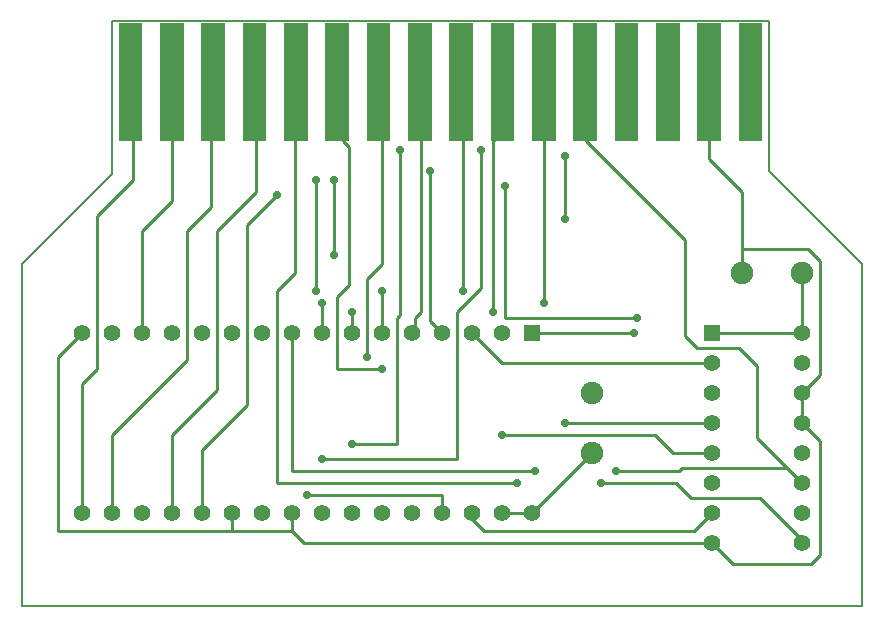
<source format=gtl>
G04 FreePCB version 1.200*
G04 \\DISKSTATION\museum\Computers\RK86\Clones\Apogey BK-01\RomDisk\My\CAM\top_copper.grb*
G04 top copper layer *
G04 Scale: 100 percent, Rotated: No, Reflected: No *
%FSLAX26Y26*%
%MOIN*%
%LNTop*%
%ADD10C,0.005000*%
%ADD11R,0.055000X0.055000*%
%ADD12C,0.055000*%
%ADD13C,0.075000*%
%ADD14C,0.028000*%
%ADD15C,0.010000*%
G90*
G70D02*

G04 ----------------------- Draw board outline (positive)*
%LPD*%
G54D10*
G01X2310000Y4140000D02*
G01X4490000Y4140000D01*
G04 end of side 1*
G01X4490000Y3640000D01*
G04 end of side 2*
G01X4800000Y3330000D01*
G04 end of side 3*
G01X4800000Y2190000D01*
G04 end of side 4*
G01X2000000Y2190000D01*
G04 end of side 5*
G01X2000000Y3330000D01*
G04 end of side 6*
G01X2300000Y3630000D01*
G04 end of side 7*
G01X2300000Y4140000D01*
G04 end of side 8*
G01X2320000Y4140000D01*
G04 end of side 9*
G01X2310000Y4140000D01*

G04 ----------------------- Draw copper areas (positive)*
%LPD*%

G04 -------------- Draw Parts, Pads, Traces, Vias and Text (positive)*
%LPD*%
G04 Draw part D1*
G54D11*
G01X3700000Y3100000D03*
G54D12*
G01X3600000Y3100000D03*
G01X3500000Y3100000D03*
G01X3400000Y3100000D03*
G01X3300000Y3100000D03*
G01X3200000Y3100000D03*
G01X3100000Y3100000D03*
G01X3000000Y3100000D03*
G01X2900000Y3100000D03*
G01X2800000Y3100000D03*
G01X2700000Y3100000D03*
G01X2600000Y3100000D03*
G01X2500000Y3100000D03*
G01X2400000Y3100000D03*
G01X2300000Y3100000D03*
G01X2200000Y3100000D03*
G01X2200000Y2500000D03*
G01X2300000Y2500000D03*
G01X2400000Y2500000D03*
G01X2500000Y2500000D03*
G01X2600000Y2500000D03*
G01X2700000Y2500000D03*
G01X2800000Y2500000D03*
G01X2900000Y2500000D03*
G01X3000000Y2500000D03*
G01X3100000Y2500000D03*
G01X3200000Y2500000D03*
G01X3300000Y2500000D03*
G01X3400000Y2500000D03*
G01X3500000Y2500000D03*
G01X3600000Y2500000D03*
G01X3700000Y2500000D03*
G04 Draw part B*
G36*
G01X2322834Y3740157D02*
G01X2322834Y4133858D01*
G01X2401574Y4133858D01*
G01X2401574Y3740157D01*
G01X2322834Y3740157D01*
G37*
G36*
G01X2460629Y3740157D02*
G01X2460629Y4133858D01*
G01X2539370Y4133858D01*
G01X2539370Y3740157D01*
G01X2460629Y3740157D01*
G37*
G36*
G01X2598425Y3740157D02*
G01X2598425Y4133858D01*
G01X2677165Y4133858D01*
G01X2677165Y3740157D01*
G01X2598425Y3740157D01*
G37*
G36*
G01X2736220Y3740157D02*
G01X2736220Y4133858D01*
G01X2814960Y4133858D01*
G01X2814960Y3740157D01*
G01X2736220Y3740157D01*
G37*
G36*
G01X2874015Y3740157D02*
G01X2874015Y4133858D01*
G01X2952755Y4133858D01*
G01X2952755Y3740157D01*
G01X2874015Y3740157D01*
G37*
G36*
G01X3011811Y3740157D02*
G01X3011811Y4133858D01*
G01X3090551Y4133858D01*
G01X3090551Y3740157D01*
G01X3011811Y3740157D01*
G37*
G36*
G01X3149606Y3740157D02*
G01X3149606Y4133858D01*
G01X3228346Y4133858D01*
G01X3228346Y3740157D01*
G01X3149606Y3740157D01*
G37*
G36*
G01X3287401Y3740157D02*
G01X3287401Y4133858D01*
G01X3366141Y4133858D01*
G01X3366141Y3740157D01*
G01X3287401Y3740157D01*
G37*
G36*
G01X3425196Y3740157D02*
G01X3425196Y4133858D01*
G01X3503937Y4133858D01*
G01X3503937Y3740157D01*
G01X3425196Y3740157D01*
G37*
G36*
G01X3562992Y3740157D02*
G01X3562992Y4133858D01*
G01X3641732Y4133858D01*
G01X3641732Y3740157D01*
G01X3562992Y3740157D01*
G37*
G36*
G01X3700787Y3740157D02*
G01X3700787Y4133858D01*
G01X3779527Y4133858D01*
G01X3779527Y3740157D01*
G01X3700787Y3740157D01*
G37*
G36*
G01X3838582Y3740157D02*
G01X3838582Y4133858D01*
G01X3917322Y4133858D01*
G01X3917322Y3740157D01*
G01X3838582Y3740157D01*
G37*
G36*
G01X3976377Y3740157D02*
G01X3976377Y4133858D01*
G01X4055118Y4133858D01*
G01X4055118Y3740157D01*
G01X3976377Y3740157D01*
G37*
G36*
G01X4114173Y3740157D02*
G01X4114173Y4133858D01*
G01X4192913Y4133858D01*
G01X4192913Y3740157D01*
G01X4114173Y3740157D01*
G37*
G36*
G01X4251968Y3740157D02*
G01X4251968Y4133858D01*
G01X4330708Y4133858D01*
G01X4330708Y3740157D01*
G01X4251968Y3740157D01*
G37*
G36*
G01X4389763Y3740157D02*
G01X4389763Y4133858D01*
G01X4468503Y4133858D01*
G01X4468503Y3740157D01*
G01X4389763Y3740157D01*
G37*
G04 Draw part A*
G04 Draw part D2*
G54D11*
G01X4300000Y3100000D03*
G54D12*
G01X4300000Y3000000D03*
G01X4300000Y2900000D03*
G01X4300000Y2800000D03*
G01X4300000Y2700000D03*
G01X4300000Y2600000D03*
G01X4300000Y2500000D03*
G01X4300000Y2400000D03*
G01X4600000Y2400000D03*
G01X4600000Y2500000D03*
G01X4600000Y2600000D03*
G01X4600000Y2700000D03*
G01X4600000Y2800000D03*
G01X4600000Y2900000D03*
G01X4600000Y3000000D03*
G01X4600000Y3100000D03*
G04 Draw part C1*
G54D13*
G01X4400000Y3300000D03*
G01X4600000Y3300000D03*
G04 Draw part C2*
G01X3900000Y2900000D03*
G01X3900000Y2700000D03*

G04 Draw traces*
G54D14*
G01X2980000Y3610000D03*
G54D15*
G01X2980000Y3610000D02*
G01X2980000Y3240000D01*
G54D14*
G01X2980000Y3240000D03*
G01X2950000Y2560000D03*
G54D15*
G01X2950000Y2560000D02*
G01X3400000Y2560000D01*
G01X3400000Y2560000D02*
G01X3400000Y2500000D01*
G01X2362204Y3937007D02*
G01X2370000Y3790000D01*
G01X2370000Y3790000D02*
G01X2370000Y3610000D01*
G01X2370000Y3610000D02*
G01X2250000Y3490000D01*
G01X2250000Y3490000D02*
G01X2250000Y2980000D01*
G01X2250000Y2980000D02*
G01X2200000Y2930000D01*
G01X2200000Y2930000D02*
G01X2200000Y2500000D01*
G01X3500000Y3100000D02*
G01X3600000Y3000000D01*
G01X3600000Y3000000D02*
G01X4280000Y3000000D01*
G01X4280000Y3000000D02*
G01X4300000Y3000000D01*
G54D14*
G01X3610000Y3590000D03*
G54D15*
G01X3610000Y3590000D02*
G01X3610000Y3590000D01*
G01X3610000Y3590000D02*
G01X3610000Y3150000D01*
G01X3610000Y3150000D02*
G01X4050000Y3150000D01*
G54D14*
G01X4050000Y3150000D03*
G54D15*
G01X2637795Y3937007D02*
G01X2630000Y3790000D01*
G01X2630000Y3790000D02*
G01X2630000Y3560000D01*
G01X2630000Y3560000D02*
G01X2630000Y3520000D01*
G01X2630000Y3520000D02*
G01X2550000Y3440000D01*
G01X2550000Y3440000D02*
G01X2550000Y3210000D01*
G01X2550000Y3210000D02*
G01X2550000Y3010000D01*
G01X2550000Y3010000D02*
G01X2300000Y2760000D01*
G01X2300000Y2760000D02*
G01X2300000Y2500000D01*
G54D14*
G01X3600000Y2760000D03*
G54D15*
G01X3600000Y2760000D02*
G01X4110000Y2760000D01*
G01X4110000Y2760000D02*
G01X4170000Y2700000D01*
G01X4170000Y2700000D02*
G01X4300000Y2700000D01*
G01X2913385Y3937007D02*
G01X2910000Y3730000D01*
G01X2910000Y3730000D02*
G01X2910000Y3300000D01*
G01X2910000Y3300000D02*
G01X2850000Y3240000D01*
G01X2850000Y3240000D02*
G01X2850000Y2600000D01*
G01X2850000Y2600000D02*
G01X3650000Y2600000D01*
G54D14*
G01X3650000Y2600000D03*
G01X3930000Y2600000D03*
G54D15*
G01X3930000Y2600000D02*
G01X4180000Y2600000D01*
G01X4180000Y2600000D02*
G01X4230000Y2550000D01*
G01X4230000Y2550000D02*
G01X4460000Y2550000D01*
G01X4460000Y2550000D02*
G01X4610000Y2400000D01*
G01X4610000Y2400000D02*
G01X4600000Y2400000D01*
G54D14*
G01X3810000Y3690000D03*
G54D15*
G01X3810000Y3690000D02*
G01X3810000Y3480000D01*
G54D14*
G01X3810000Y3480000D03*
G01X3810000Y2800000D03*
G54D15*
G01X3810000Y2800000D02*
G01X4300000Y2800000D01*
G01X3600000Y2500000D02*
G01X3700000Y2500000D01*
G01X4600000Y3300000D02*
G01X4600000Y3100000D01*
G01X3900000Y2700000D02*
G01X3890000Y2690000D01*
G01X3890000Y2690000D02*
G01X3700000Y2500000D01*
G01X4300000Y3100000D02*
G01X4590000Y3100000D01*
G01X4590000Y3100000D02*
G01X4600000Y3100000D01*
G01X3500000Y2500000D02*
G01X3480000Y2500000D01*
G01X3480000Y2500000D02*
G01X3540000Y2440000D01*
G01X3540000Y2440000D02*
G01X4240000Y2440000D01*
G01X4240000Y2440000D02*
G01X4300000Y2500000D01*
G01X2775590Y3937007D02*
G01X2780000Y3770000D01*
G01X2780000Y3770000D02*
G01X2780000Y3570000D01*
G01X2780000Y3570000D02*
G01X2650000Y3440000D01*
G01X2650000Y3440000D02*
G01X2650000Y2910000D01*
G01X2650000Y2910000D02*
G01X2500000Y2760000D01*
G01X2500000Y2760000D02*
G01X2500000Y2500000D01*
G01X3700000Y3100000D02*
G01X4040000Y3100000D01*
G54D14*
G01X4040000Y3100000D03*
G54D15*
G01X4600000Y2600000D02*
G01X4600000Y2600000D01*
G01X4600000Y2600000D02*
G01X4550000Y2650000D01*
G01X4550000Y2650000D02*
G01X4200000Y2650000D01*
G01X4200000Y2650000D02*
G01X4190000Y2640000D01*
G01X4190000Y2640000D02*
G01X3980000Y2640000D01*
G54D14*
G01X3980000Y2640000D03*
G01X3710000Y2640000D03*
G54D15*
G01X3710000Y2640000D02*
G01X2900000Y2640000D01*
G01X2900000Y2640000D02*
G01X2900000Y3100000D01*
G01X3877952Y3937007D02*
G01X3880000Y3860000D01*
G01X3880000Y3860000D02*
G01X3880000Y3740000D01*
G01X3880000Y3740000D02*
G01X4210000Y3410000D01*
G01X4210000Y3410000D02*
G01X4210000Y3090000D01*
G01X4210000Y3090000D02*
G01X4250000Y3050000D01*
G01X4250000Y3050000D02*
G01X4390000Y3050000D01*
G01X4390000Y3050000D02*
G01X4450000Y2990000D01*
G01X4450000Y2990000D02*
G01X4450000Y2750000D01*
G01X4450000Y2750000D02*
G01X4600000Y2600000D01*
G01X3740157Y3937007D02*
G01X3740000Y3750000D01*
G01X3740000Y3750000D02*
G01X3740000Y3200000D01*
G54D14*
G01X3740000Y3200000D03*
G01X3000000Y3200000D03*
G54D15*
G01X3000000Y3200000D02*
G01X3000000Y3110000D01*
G01X3000000Y3110000D02*
G01X3000000Y3100000D01*
G54D14*
G01X2850000Y3560000D03*
G54D15*
G01X2850000Y3560000D02*
G01X2750000Y3460000D01*
G01X2750000Y3460000D02*
G01X2750000Y2860000D01*
G01X2750000Y2860000D02*
G01X2600000Y2710000D01*
G01X2600000Y2710000D02*
G01X2600000Y2500000D01*
G01X3602362Y3937007D02*
G01X3600000Y3770000D01*
G01X3600000Y3770000D02*
G01X3570000Y3740000D01*
G01X3570000Y3740000D02*
G01X3570000Y3170000D01*
G54D14*
G01X3570000Y3170000D03*
G01X3100000Y3170000D03*
G54D15*
G01X3100000Y3170000D02*
G01X3100000Y3110000D01*
G01X3100000Y3110000D02*
G01X3100000Y3100000D01*
G01X3464566Y3937007D02*
G01X3470000Y3770000D01*
G01X3470000Y3770000D02*
G01X3470000Y3240000D01*
G54D14*
G01X3470000Y3240000D03*
G01X3200000Y3240000D03*
G54D15*
G01X3200000Y3240000D02*
G01X3200000Y3100000D01*
G01X3326771Y3937007D02*
G01X3330000Y3760000D01*
G01X3330000Y3760000D02*
G01X3330000Y3170000D01*
G01X3330000Y3170000D02*
G01X3310000Y3150000D01*
G01X3310000Y3150000D02*
G01X3310000Y3110000D01*
G01X3310000Y3110000D02*
G01X3300000Y3100000D01*
G01X3188976Y3937007D02*
G01X3200000Y3810000D01*
G01X3200000Y3810000D02*
G01X3200000Y3330000D01*
G01X3200000Y3330000D02*
G01X3150000Y3280000D01*
G01X3150000Y3280000D02*
G01X3150000Y3020000D01*
G54D14*
G01X3150000Y3020000D03*
G01X3260000Y3710000D03*
G54D15*
G01X3260000Y3710000D02*
G01X3260000Y3160000D01*
G01X3260000Y3160000D02*
G01X3250000Y3150000D01*
G01X3250000Y3150000D02*
G01X3250000Y2730000D01*
G01X3250000Y2730000D02*
G01X3100000Y2730000D01*
G54D14*
G01X3100000Y2730000D03*
G54D15*
G01X4600000Y2900000D02*
G01X4600000Y2920000D01*
G01X4600000Y2920000D02*
G01X4600000Y2800000D01*
G01X2900000Y2500000D02*
G01X2900000Y2490000D01*
G01X2900000Y2490000D02*
G01X2900000Y2440000D01*
G01X2900000Y2440000D02*
G01X2700000Y2440000D01*
G01X2700000Y2440000D02*
G01X2700000Y2500000D01*
G01X4400000Y3300000D02*
G01X4400000Y3320000D01*
G01X4400000Y3320000D02*
G01X4400000Y3380000D01*
G01X4400000Y3380000D02*
G01X4620000Y3380000D01*
G01X4620000Y3380000D02*
G01X4660000Y3340000D01*
G01X4660000Y3340000D02*
G01X4660000Y2960000D01*
G01X4660000Y2960000D02*
G01X4600000Y2900000D01*
G01X4600000Y2800000D02*
G01X4660000Y2740000D01*
G01X4660000Y2740000D02*
G01X4660000Y2360000D01*
G01X4660000Y2360000D02*
G01X4630000Y2330000D01*
G01X4630000Y2330000D02*
G01X4370000Y2330000D01*
G01X4370000Y2330000D02*
G01X4310000Y2390000D01*
G01X4310000Y2390000D02*
G01X4300000Y2400000D01*
G01X4400000Y3300000D02*
G01X4400000Y3290000D01*
G01X4400000Y3290000D02*
G01X4400000Y3570000D01*
G01X4400000Y3570000D02*
G01X4290000Y3680000D01*
G01X4290000Y3680000D02*
G01X4291338Y3937007D01*
G01X2700000Y2500000D02*
G01X2700000Y2490000D01*
G01X2700000Y2490000D02*
G01X2700000Y2440000D01*
G01X2700000Y2440000D02*
G01X2120000Y2440000D01*
G01X2120000Y2440000D02*
G01X2120000Y3020000D01*
G01X2120000Y3020000D02*
G01X2200000Y3100000D01*
G01X4300000Y2400000D02*
G01X4300000Y2400000D01*
G01X4300000Y2400000D02*
G01X2940000Y2400000D01*
G01X2940000Y2400000D02*
G01X2900000Y2440000D01*
G01X2900000Y2440000D02*
G01X2900000Y2500000D01*
G54D14*
G01X3040000Y3610000D03*
G54D15*
G01X3040000Y3610000D02*
G01X3040000Y3360000D01*
G54D14*
G01X3040000Y3360000D03*
G01X3530000Y3710000D03*
G54D15*
G01X3530000Y3710000D02*
G01X3530000Y3250000D01*
G01X3530000Y3250000D02*
G01X3450000Y3170000D01*
G01X3450000Y3170000D02*
G01X3450000Y2680000D01*
G01X3450000Y2680000D02*
G01X3000000Y2680000D01*
G54D14*
G01X3000000Y2680000D03*
G01X3360000Y3640000D03*
G54D15*
G01X3360000Y3640000D02*
G01X3360000Y3140000D01*
G01X3360000Y3140000D02*
G01X3400000Y3100000D01*
G01X2500000Y3937007D02*
G01X2500000Y3540000D01*
G01X2500000Y3540000D02*
G01X2400000Y3440000D01*
G01X2400000Y3440000D02*
G01X2400000Y3420000D01*
G01X2400000Y3420000D02*
G01X2400000Y3100000D01*
G01X3051181Y3937007D02*
G01X3070000Y3740000D01*
G01X3070000Y3740000D02*
G01X3090000Y3720000D01*
G01X3090000Y3720000D02*
G01X3090000Y3260000D01*
G01X3090000Y3260000D02*
G01X3050000Y3220000D01*
G01X3050000Y3220000D02*
G01X3050000Y3010000D01*
G01X3050000Y3010000D02*
G01X3050000Y2980000D01*
G01X3050000Y2980000D02*
G01X3200000Y2980000D01*
G54D14*
G01X3200000Y2980000D03*

G04 Draw Text*
M00*
M02*

</source>
